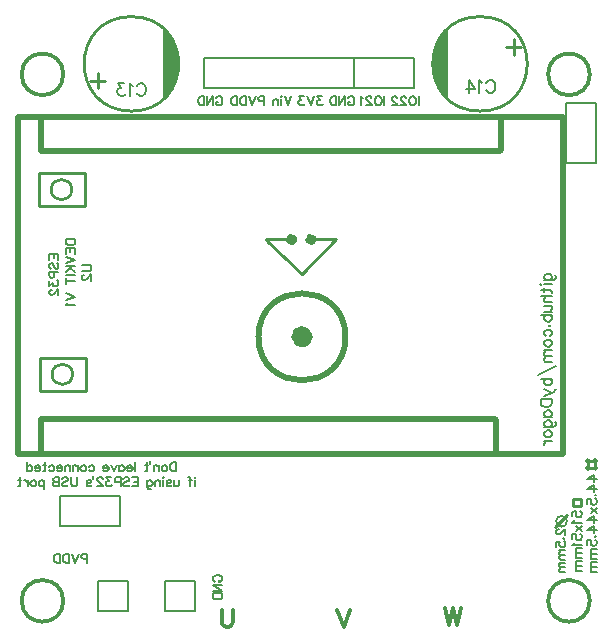
<source format=gbo>
G04 Layer: BottomSilkLayer*
G04 EasyEDA v6.4.3, 2020-08-11T17:33:51--5:00*
G04 c8abcd5c7f324be6b54abc10bf488c2c,7c1e8d740ba24e6f83eb2d53d3341807,10*
G04 Gerber Generator version 0.2*
G04 Scale: 100 percent, Rotated: No, Reflected: No *
G04 Dimensions in millimeters *
G04 leading zeros omitted , absolute positions ,3 integer and 3 decimal *
%FSLAX33Y33*%
%MOMM*%
G90*
G71D02*

%ADD10C,0.254000*%
%ADD12C,0.299999*%
%ADD13C,0.999998*%
%ADD14C,0.499999*%
%ADD17C,0.750011*%
%ADD19C,0.350012*%
%ADD58C,0.250012*%
%ADD59C,0.200000*%
%ADD60C,0.150012*%
%ADD63C,0.203200*%
%ADD66C,0.152400*%
%ADD67C,0.202999*%

%LPD*%
G54D58*
G01X25946Y33789D02*
G01X28105Y33789D01*
G01X25184Y30868D01*
G01X24296Y33787D02*
G01X22137Y33787D01*
G01X22264Y33660D01*
G01X25185Y30866D01*
G54D10*
G01X49378Y15056D02*
G01X50013Y15056D01*
G01X50013Y14421D01*
G01X49378Y14421D01*
G01X49378Y15056D01*
G01X47663Y10421D02*
G01X46647Y9405D01*
G01X48171Y11818D02*
G01X48806Y11818D01*
G01X48806Y11183D01*
G01X48171Y11183D01*
G01X48171Y11818D01*
G54D14*
G01X3051Y44128D02*
G01X3086Y44092D01*
G01X3086Y41283D01*
G01X41948Y41283D01*
G01X42014Y41349D01*
G01X42014Y44128D01*
G01X3086Y18550D02*
G01X41567Y18550D01*
G01X41595Y18519D01*
G01X41595Y15629D01*
G01X3086Y18550D02*
G01X3079Y15629D01*
G01X1105Y44126D02*
G01X1105Y15628D01*
G01X47270Y15628D02*
G01X1105Y15628D01*
G01X47270Y15628D02*
G01X47270Y44126D01*
G01X1105Y44126D02*
G01X47270Y44126D01*
G54D63*
G01X10452Y4833D02*
G01X7912Y4833D01*
G01X7912Y2293D01*
G01X10452Y2293D01*
G01X10452Y4198D01*
G54D67*
G01X10452Y4833D02*
G01X10452Y4198D01*
G54D63*
G01X13627Y2293D02*
G01X16167Y2293D01*
G01X16167Y4833D01*
G01X13627Y4833D01*
G01X13627Y2928D01*
G54D67*
G01X13627Y2293D02*
G01X13627Y2928D01*
G01X34709Y46617D02*
G01X31534Y46617D01*
G54D63*
G01X34709Y46617D02*
G01X34709Y49157D01*
G01X29629Y49157D01*
G01X29629Y46617D01*
G01X31534Y46617D01*
G54D10*
G01X7890Y47911D02*
G01X7890Y46565D01*
G01X8525Y47225D02*
G01X7280Y47225D01*
G01X43114Y49384D02*
G01X43114Y50730D01*
G01X42479Y50070D02*
G01X43724Y50070D01*
G54D67*
G01X29629Y46616D02*
G01X18834Y46616D01*
G54D63*
G01X18834Y46616D02*
G01X16929Y46616D01*
G01X16929Y49156D01*
G01X29629Y49156D01*
G01X29629Y46616D01*
G54D67*
G01X50076Y45346D02*
G01X50076Y42171D01*
G54D63*
G01X50076Y45346D02*
G01X47536Y45346D01*
G01X47536Y40266D01*
G01X50076Y40266D01*
G01X50076Y42171D01*
G01X9817Y9532D02*
G01X9817Y12072D01*
G01X4737Y12072D01*
G01X4737Y9532D01*
G01X6642Y9532D01*
G54D67*
G01X9817Y9532D02*
G01X6642Y9532D01*
G54D60*
G01X1105Y15628D02*
G01X1105Y44126D01*
G01X47270Y44126D01*
G01X47270Y15628D01*
G01X1105Y15628D01*
G54D10*
G01X3016Y20984D02*
G01X3016Y23784D01*
G01X6916Y23784D01*
G01X6916Y20984D01*
G01X3016Y20984D01*
G01X2946Y36627D02*
G01X2946Y39427D01*
G01X6846Y39427D01*
G01X6846Y36627D01*
G01X2946Y36627D01*
G54D63*
G01X17828Y4795D02*
G01X17755Y4831D01*
G01X17683Y4904D01*
G01X17646Y4977D01*
G01X17646Y5122D01*
G01X17683Y5195D01*
G01X17755Y5268D01*
G01X17828Y5304D01*
G01X17937Y5341D01*
G01X18119Y5341D01*
G01X18228Y5304D01*
G01X18301Y5268D01*
G01X18373Y5195D01*
G01X18410Y5122D01*
G01X18410Y4977D01*
G01X18373Y4904D01*
G01X18301Y4831D01*
G01X18228Y4795D01*
G01X18119Y4795D01*
G01X18119Y4977D02*
G01X18119Y4795D01*
G01X17646Y4555D02*
G01X18410Y4555D01*
G01X17646Y4555D02*
G01X18410Y4046D01*
G01X17646Y4046D02*
G01X18410Y4046D01*
G01X17646Y3806D02*
G01X18410Y3806D01*
G01X17646Y3806D02*
G01X17646Y3551D01*
G01X17683Y3442D01*
G01X17755Y3370D01*
G01X17828Y3333D01*
G01X17937Y3297D01*
G01X18119Y3297D01*
G01X18228Y3333D01*
G01X18301Y3370D01*
G01X18373Y3442D01*
G01X18410Y3551D01*
G01X18410Y3806D01*
G01X7023Y7164D02*
G01X7023Y6400D01*
G01X7023Y7164D02*
G01X6696Y7164D01*
G01X6587Y7127D01*
G01X6551Y7091D01*
G01X6514Y7018D01*
G01X6514Y6909D01*
G01X6551Y6837D01*
G01X6587Y6800D01*
G01X6696Y6764D01*
G01X7023Y6764D01*
G01X6274Y7164D02*
G01X5983Y6400D01*
G01X5693Y7164D02*
G01X5983Y6400D01*
G01X5453Y7164D02*
G01X5453Y6400D01*
G01X5453Y7164D02*
G01X5198Y7164D01*
G01X5089Y7127D01*
G01X5016Y7055D01*
G01X4980Y6982D01*
G01X4943Y6873D01*
G01X4943Y6691D01*
G01X4980Y6582D01*
G01X5016Y6509D01*
G01X5089Y6437D01*
G01X5198Y6400D01*
G01X5453Y6400D01*
G01X4703Y7164D02*
G01X4703Y6400D01*
G01X4703Y7164D02*
G01X4449Y7164D01*
G01X4340Y7127D01*
G01X4267Y7055D01*
G01X4231Y6982D01*
G01X4194Y6873D01*
G01X4194Y6691D01*
G01X4231Y6582D01*
G01X4267Y6509D01*
G01X4340Y6437D01*
G01X4449Y6400D01*
G01X4703Y6400D01*
G01X16167Y13641D02*
G01X16131Y13604D01*
G01X16095Y13641D01*
G01X16131Y13677D01*
G01X16167Y13641D01*
G01X16131Y13386D02*
G01X16131Y12877D01*
G01X15564Y13641D02*
G01X15637Y13641D01*
G01X15709Y13604D01*
G01X15746Y13495D01*
G01X15746Y12877D01*
G01X15855Y13386D02*
G01X15600Y13386D01*
G01X14764Y13386D02*
G01X14764Y13023D01*
G01X14727Y12914D01*
G01X14655Y12877D01*
G01X14546Y12877D01*
G01X14473Y12914D01*
G01X14364Y13023D01*
G01X14364Y13386D02*
G01X14364Y12877D01*
G01X13724Y13277D02*
G01X13760Y13350D01*
G01X13869Y13386D01*
G01X13978Y13386D01*
G01X14087Y13350D01*
G01X14124Y13277D01*
G01X14087Y13204D01*
G01X14015Y13168D01*
G01X13833Y13132D01*
G01X13760Y13095D01*
G01X13724Y13023D01*
G01X13724Y12986D01*
G01X13760Y12914D01*
G01X13869Y12877D01*
G01X13978Y12877D01*
G01X14087Y12914D01*
G01X14124Y12986D01*
G01X13484Y13641D02*
G01X13447Y13604D01*
G01X13411Y13641D01*
G01X13447Y13677D01*
G01X13484Y13641D01*
G01X13447Y13386D02*
G01X13447Y12877D01*
G01X13171Y13386D02*
G01X13171Y12877D01*
G01X13171Y13241D02*
G01X13062Y13350D01*
G01X12989Y13386D01*
G01X12880Y13386D01*
G01X12808Y13350D01*
G01X12771Y13241D01*
G01X12771Y12877D01*
G01X12095Y13386D02*
G01X12095Y12804D01*
G01X12131Y12695D01*
G01X12167Y12659D01*
G01X12240Y12623D01*
G01X12349Y12623D01*
G01X12422Y12659D01*
G01X12095Y13277D02*
G01X12167Y13350D01*
G01X12240Y13386D01*
G01X12349Y13386D01*
G01X12422Y13350D01*
G01X12495Y13277D01*
G01X12531Y13168D01*
G01X12531Y13095D01*
G01X12495Y12986D01*
G01X12422Y12914D01*
G01X12349Y12877D01*
G01X12240Y12877D01*
G01X12167Y12914D01*
G01X12095Y12986D01*
G01X11295Y13641D02*
G01X11295Y12877D01*
G01X11295Y13641D02*
G01X10822Y13641D01*
G01X11295Y13277D02*
G01X11004Y13277D01*
G01X11295Y12877D02*
G01X10822Y12877D01*
G01X10073Y13532D02*
G01X10146Y13604D01*
G01X10255Y13641D01*
G01X10400Y13641D01*
G01X10509Y13604D01*
G01X10582Y13532D01*
G01X10582Y13459D01*
G01X10546Y13386D01*
G01X10509Y13350D01*
G01X10437Y13314D01*
G01X10218Y13241D01*
G01X10146Y13204D01*
G01X10109Y13168D01*
G01X10073Y13095D01*
G01X10073Y12986D01*
G01X10146Y12914D01*
G01X10255Y12877D01*
G01X10400Y12877D01*
G01X10509Y12914D01*
G01X10582Y12986D01*
G01X9833Y13641D02*
G01X9833Y12877D01*
G01X9833Y13641D02*
G01X9506Y13641D01*
G01X9397Y13604D01*
G01X9360Y13568D01*
G01X9324Y13495D01*
G01X9324Y13386D01*
G01X9360Y13314D01*
G01X9397Y13277D01*
G01X9506Y13241D01*
G01X9833Y13241D01*
G01X9011Y13641D02*
G01X8611Y13641D01*
G01X8829Y13350D01*
G01X8720Y13350D01*
G01X8647Y13314D01*
G01X8611Y13277D01*
G01X8575Y13168D01*
G01X8575Y13095D01*
G01X8611Y12986D01*
G01X8684Y12914D01*
G01X8793Y12877D01*
G01X8902Y12877D01*
G01X9011Y12914D01*
G01X9047Y12950D01*
G01X9084Y13023D01*
G01X8298Y13459D02*
G01X8298Y13495D01*
G01X8262Y13568D01*
G01X8226Y13604D01*
G01X8153Y13641D01*
G01X8007Y13641D01*
G01X7935Y13604D01*
G01X7898Y13568D01*
G01X7862Y13495D01*
G01X7862Y13423D01*
G01X7898Y13350D01*
G01X7971Y13241D01*
G01X8335Y12877D01*
G01X7826Y12877D01*
G01X7513Y13750D02*
G01X7513Y13532D01*
G01X6946Y13277D02*
G01X6982Y13350D01*
G01X7091Y13386D01*
G01X7200Y13386D01*
G01X7309Y13350D01*
G01X7346Y13277D01*
G01X7309Y13204D01*
G01X7237Y13168D01*
G01X7055Y13132D01*
G01X6982Y13095D01*
G01X6946Y13023D01*
G01X6946Y12986D01*
G01X6982Y12914D01*
G01X7091Y12877D01*
G01X7200Y12877D01*
G01X7309Y12914D01*
G01X7346Y12986D01*
G01X6146Y13641D02*
G01X6146Y13095D01*
G01X6109Y12986D01*
G01X6037Y12914D01*
G01X5927Y12877D01*
G01X5855Y12877D01*
G01X5746Y12914D01*
G01X5673Y12986D01*
G01X5637Y13095D01*
G01X5637Y13641D01*
G01X4888Y13532D02*
G01X4960Y13604D01*
G01X5069Y13641D01*
G01X5215Y13641D01*
G01X5324Y13604D01*
G01X5397Y13532D01*
G01X5397Y13459D01*
G01X5360Y13386D01*
G01X5324Y13350D01*
G01X5251Y13314D01*
G01X5033Y13241D01*
G01X4960Y13204D01*
G01X4924Y13168D01*
G01X4888Y13095D01*
G01X4888Y12986D01*
G01X4960Y12914D01*
G01X5069Y12877D01*
G01X5215Y12877D01*
G01X5324Y12914D01*
G01X5397Y12986D01*
G01X4647Y13641D02*
G01X4647Y12877D01*
G01X4647Y13641D02*
G01X4320Y13641D01*
G01X4211Y13604D01*
G01X4175Y13568D01*
G01X4138Y13495D01*
G01X4138Y13423D01*
G01X4175Y13350D01*
G01X4211Y13314D01*
G01X4320Y13277D01*
G01X4647Y13277D02*
G01X4320Y13277D01*
G01X4211Y13241D01*
G01X4175Y13204D01*
G01X4138Y13132D01*
G01X4138Y13023D01*
G01X4175Y12950D01*
G01X4211Y12914D01*
G01X4320Y12877D01*
G01X4647Y12877D01*
G01X3338Y13386D02*
G01X3338Y12623D01*
G01X3338Y13277D02*
G01X3266Y13350D01*
G01X3193Y13386D01*
G01X3084Y13386D01*
G01X3011Y13350D01*
G01X2938Y13277D01*
G01X2902Y13168D01*
G01X2902Y13095D01*
G01X2938Y12986D01*
G01X3011Y12914D01*
G01X3084Y12877D01*
G01X3193Y12877D01*
G01X3266Y12914D01*
G01X3338Y12986D01*
G01X2480Y13386D02*
G01X2553Y13350D01*
G01X2626Y13277D01*
G01X2662Y13168D01*
G01X2662Y13095D01*
G01X2626Y12986D01*
G01X2553Y12914D01*
G01X2480Y12877D01*
G01X2371Y12877D01*
G01X2298Y12914D01*
G01X2226Y12986D01*
G01X2189Y13095D01*
G01X2189Y13168D01*
G01X2226Y13277D01*
G01X2298Y13350D01*
G01X2371Y13386D01*
G01X2480Y13386D01*
G01X1949Y13386D02*
G01X1949Y12877D01*
G01X1949Y13168D02*
G01X1913Y13277D01*
G01X1840Y13350D01*
G01X1767Y13386D01*
G01X1658Y13386D01*
G01X1309Y13641D02*
G01X1309Y13023D01*
G01X1273Y12914D01*
G01X1200Y12877D01*
G01X1127Y12877D01*
G01X1418Y13386D02*
G01X1164Y13386D01*
G01X14516Y14911D02*
G01X14516Y14147D01*
G01X14516Y14911D02*
G01X14262Y14911D01*
G01X14153Y14874D01*
G01X14080Y14802D01*
G01X14044Y14729D01*
G01X14007Y14620D01*
G01X14007Y14438D01*
G01X14044Y14329D01*
G01X14080Y14256D01*
G01X14153Y14184D01*
G01X14262Y14147D01*
G01X14516Y14147D01*
G01X13586Y14656D02*
G01X13658Y14620D01*
G01X13731Y14547D01*
G01X13767Y14438D01*
G01X13767Y14365D01*
G01X13731Y14256D01*
G01X13658Y14184D01*
G01X13586Y14147D01*
G01X13476Y14147D01*
G01X13404Y14184D01*
G01X13331Y14256D01*
G01X13295Y14365D01*
G01X13295Y14438D01*
G01X13331Y14547D01*
G01X13404Y14620D01*
G01X13476Y14656D01*
G01X13586Y14656D01*
G01X13055Y14656D02*
G01X13055Y14147D01*
G01X13055Y14511D02*
G01X12946Y14620D01*
G01X12873Y14656D01*
G01X12764Y14656D01*
G01X12691Y14620D01*
G01X12655Y14511D01*
G01X12655Y14147D01*
G01X12342Y15020D02*
G01X12342Y14802D01*
G01X12066Y14911D02*
G01X12066Y14293D01*
G01X12029Y14184D01*
G01X11956Y14147D01*
G01X11884Y14147D01*
G01X12175Y14656D02*
G01X11920Y14656D01*
G01X11084Y14911D02*
G01X11084Y14147D01*
G01X10844Y14438D02*
G01X10407Y14438D01*
G01X10407Y14511D01*
G01X10444Y14584D01*
G01X10480Y14620D01*
G01X10553Y14656D01*
G01X10662Y14656D01*
G01X10735Y14620D01*
G01X10807Y14547D01*
G01X10844Y14438D01*
G01X10844Y14365D01*
G01X10807Y14256D01*
G01X10735Y14184D01*
G01X10662Y14147D01*
G01X10553Y14147D01*
G01X10480Y14184D01*
G01X10407Y14256D01*
G01X9731Y14656D02*
G01X9731Y14147D01*
G01X9731Y14547D02*
G01X9804Y14620D01*
G01X9876Y14656D01*
G01X9986Y14656D01*
G01X10058Y14620D01*
G01X10131Y14547D01*
G01X10167Y14438D01*
G01X10167Y14365D01*
G01X10131Y14256D01*
G01X10058Y14184D01*
G01X9986Y14147D01*
G01X9876Y14147D01*
G01X9804Y14184D01*
G01X9731Y14256D01*
G01X9491Y14656D02*
G01X9273Y14147D01*
G01X9055Y14656D02*
G01X9273Y14147D01*
G01X8815Y14438D02*
G01X8378Y14438D01*
G01X8378Y14511D01*
G01X8415Y14584D01*
G01X8451Y14620D01*
G01X8524Y14656D01*
G01X8633Y14656D01*
G01X8706Y14620D01*
G01X8778Y14547D01*
G01X8815Y14438D01*
G01X8815Y14365D01*
G01X8778Y14256D01*
G01X8706Y14184D01*
G01X8633Y14147D01*
G01X8524Y14147D01*
G01X8451Y14184D01*
G01X8378Y14256D01*
G01X7142Y14547D02*
G01X7215Y14620D01*
G01X7287Y14656D01*
G01X7396Y14656D01*
G01X7469Y14620D01*
G01X7542Y14547D01*
G01X7578Y14438D01*
G01X7578Y14365D01*
G01X7542Y14256D01*
G01X7469Y14184D01*
G01X7396Y14147D01*
G01X7287Y14147D01*
G01X7215Y14184D01*
G01X7142Y14256D01*
G01X6720Y14656D02*
G01X6793Y14620D01*
G01X6866Y14547D01*
G01X6902Y14438D01*
G01X6902Y14365D01*
G01X6866Y14256D01*
G01X6793Y14184D01*
G01X6720Y14147D01*
G01X6611Y14147D01*
G01X6538Y14184D01*
G01X6466Y14256D01*
G01X6429Y14365D01*
G01X6429Y14438D01*
G01X6466Y14547D01*
G01X6538Y14620D01*
G01X6611Y14656D01*
G01X6720Y14656D01*
G01X6189Y14656D02*
G01X6189Y14147D01*
G01X6189Y14511D02*
G01X6080Y14620D01*
G01X6007Y14656D01*
G01X5898Y14656D01*
G01X5826Y14620D01*
G01X5789Y14511D01*
G01X5789Y14147D01*
G01X5549Y14656D02*
G01X5549Y14147D01*
G01X5549Y14511D02*
G01X5440Y14620D01*
G01X5367Y14656D01*
G01X5258Y14656D01*
G01X5186Y14620D01*
G01X5149Y14511D01*
G01X5149Y14147D01*
G01X4909Y14438D02*
G01X4473Y14438D01*
G01X4473Y14511D01*
G01X4509Y14584D01*
G01X4546Y14620D01*
G01X4618Y14656D01*
G01X4727Y14656D01*
G01X4800Y14620D01*
G01X4873Y14547D01*
G01X4909Y14438D01*
G01X4909Y14365D01*
G01X4873Y14256D01*
G01X4800Y14184D01*
G01X4727Y14147D01*
G01X4618Y14147D01*
G01X4546Y14184D01*
G01X4473Y14256D01*
G01X3796Y14547D02*
G01X3869Y14620D01*
G01X3942Y14656D01*
G01X4051Y14656D01*
G01X4124Y14620D01*
G01X4196Y14547D01*
G01X4233Y14438D01*
G01X4233Y14365D01*
G01X4196Y14256D01*
G01X4124Y14184D01*
G01X4051Y14147D01*
G01X3942Y14147D01*
G01X3869Y14184D01*
G01X3796Y14256D01*
G01X3447Y14911D02*
G01X3447Y14293D01*
G01X3411Y14184D01*
G01X3338Y14147D01*
G01X3266Y14147D01*
G01X3556Y14656D02*
G01X3302Y14656D01*
G01X3026Y14438D02*
G01X2589Y14438D01*
G01X2589Y14511D01*
G01X2626Y14584D01*
G01X2662Y14620D01*
G01X2735Y14656D01*
G01X2844Y14656D01*
G01X2916Y14620D01*
G01X2989Y14547D01*
G01X3026Y14438D01*
G01X3026Y14365D01*
G01X2989Y14256D01*
G01X2916Y14184D01*
G01X2844Y14147D01*
G01X2735Y14147D01*
G01X2662Y14184D01*
G01X2589Y14256D01*
G01X1913Y14911D02*
G01X1913Y14147D01*
G01X1913Y14547D02*
G01X1986Y14620D01*
G01X2058Y14656D01*
G01X2167Y14656D01*
G01X2240Y14620D01*
G01X2313Y14547D01*
G01X2349Y14438D01*
G01X2349Y14365D01*
G01X2313Y14256D01*
G01X2240Y14184D01*
G01X2167Y14147D01*
G01X2058Y14147D01*
G01X1986Y14184D01*
G01X1913Y14256D01*
G54D12*
G01X38646Y2536D02*
G01X38306Y1104D01*
G01X37965Y2536D02*
G01X38306Y1104D01*
G01X37965Y2536D02*
G01X37624Y1104D01*
G01X37283Y2536D02*
G01X37624Y1104D01*
G01X29248Y2409D02*
G01X28703Y977D01*
G01X28158Y2409D02*
G01X28703Y977D01*
G01X19342Y2409D02*
G01X19342Y1386D01*
G01X19274Y1182D01*
G01X19138Y1046D01*
G01X18933Y977D01*
G01X18797Y977D01*
G01X18592Y1046D01*
G01X18456Y1182D01*
G01X18388Y1386D01*
G01X18388Y2409D01*
G54D63*
G01X5200Y33789D02*
G01X5964Y33789D01*
G01X5200Y33789D02*
G01X5200Y33534D01*
G01X5237Y33425D01*
G01X5309Y33352D01*
G01X5382Y33316D01*
G01X5491Y33279D01*
G01X5673Y33279D01*
G01X5782Y33316D01*
G01X5855Y33352D01*
G01X5927Y33425D01*
G01X5964Y33534D01*
G01X5964Y33789D01*
G01X5200Y33039D02*
G01X5964Y33039D01*
G01X5200Y33039D02*
G01X5200Y32567D01*
G01X5564Y33039D02*
G01X5564Y32749D01*
G01X5964Y33039D02*
G01X5964Y32567D01*
G01X5200Y32327D02*
G01X5964Y32036D01*
G01X5200Y31745D02*
G01X5964Y32036D01*
G01X5200Y31505D02*
G01X5964Y31505D01*
G01X5200Y30996D02*
G01X5709Y31505D01*
G01X5527Y31323D02*
G01X5964Y30996D01*
G01X5200Y30756D02*
G01X5964Y30756D01*
G01X5200Y30261D02*
G01X5964Y30261D01*
G01X5200Y30516D02*
G01X5200Y30007D01*
G01X5200Y29207D02*
G01X5964Y28916D01*
G01X5200Y28625D02*
G01X5964Y28916D01*
G01X5346Y28385D02*
G01X5309Y28312D01*
G01X5200Y28203D01*
G01X5964Y28203D01*
G01X3803Y32519D02*
G01X4567Y32519D01*
G01X3803Y32519D02*
G01X3803Y32046D01*
G01X4167Y32519D02*
G01X4167Y32228D01*
G01X4567Y32519D02*
G01X4567Y32046D01*
G01X3912Y31297D02*
G01X3840Y31369D01*
G01X3803Y31479D01*
G01X3803Y31624D01*
G01X3840Y31733D01*
G01X3912Y31806D01*
G01X3985Y31806D01*
G01X4058Y31769D01*
G01X4094Y31733D01*
G01X4130Y31660D01*
G01X4203Y31442D01*
G01X4240Y31369D01*
G01X4276Y31333D01*
G01X4349Y31297D01*
G01X4458Y31297D01*
G01X4530Y31369D01*
G01X4567Y31479D01*
G01X4567Y31624D01*
G01X4530Y31733D01*
G01X4458Y31806D01*
G01X3803Y31057D02*
G01X4567Y31057D01*
G01X3803Y31057D02*
G01X3803Y30729D01*
G01X3840Y30620D01*
G01X3876Y30584D01*
G01X3949Y30548D01*
G01X4058Y30548D01*
G01X4130Y30584D01*
G01X4167Y30620D01*
G01X4203Y30729D01*
G01X4203Y31057D01*
G01X3803Y30235D02*
G01X3803Y29835D01*
G01X4094Y30053D01*
G01X4094Y29944D01*
G01X4130Y29871D01*
G01X4167Y29835D01*
G01X4276Y29799D01*
G01X4349Y29799D01*
G01X4458Y29835D01*
G01X4530Y29908D01*
G01X4567Y30017D01*
G01X4567Y30126D01*
G01X4530Y30235D01*
G01X4494Y30271D01*
G01X4421Y30308D01*
G01X3985Y29522D02*
G01X3949Y29522D01*
G01X3876Y29486D01*
G01X3840Y29449D01*
G01X3803Y29377D01*
G01X3803Y29231D01*
G01X3840Y29159D01*
G01X3876Y29122D01*
G01X3949Y29086D01*
G01X4021Y29086D01*
G01X4094Y29122D01*
G01X4203Y29195D01*
G01X4567Y29559D01*
G01X4567Y29049D01*
G01X45703Y30322D02*
G01X46430Y30322D01*
G01X46566Y30368D01*
G01X46612Y30413D01*
G01X46657Y30504D01*
G01X46657Y30640D01*
G01X46612Y30731D01*
G01X45839Y30322D02*
G01X45748Y30413D01*
G01X45703Y30504D01*
G01X45703Y30640D01*
G01X45748Y30731D01*
G01X45839Y30822D01*
G01X45975Y30868D01*
G01X46066Y30868D01*
G01X46203Y30822D01*
G01X46293Y30731D01*
G01X46339Y30640D01*
G01X46339Y30504D01*
G01X46293Y30413D01*
G01X46203Y30322D01*
G01X45384Y30022D02*
G01X45430Y29977D01*
G01X45384Y29931D01*
G01X45339Y29977D01*
G01X45384Y30022D01*
G01X45703Y29977D02*
G01X46339Y29977D01*
G01X45384Y29495D02*
G01X46157Y29495D01*
G01X46293Y29449D01*
G01X46339Y29358D01*
G01X46339Y29268D01*
G01X45703Y29631D02*
G01X45703Y29313D01*
G01X45384Y28968D02*
G01X46339Y28968D01*
G01X45884Y28968D02*
G01X45748Y28831D01*
G01X45703Y28740D01*
G01X45703Y28604D01*
G01X45748Y28513D01*
G01X45884Y28468D01*
G01X46339Y28468D01*
G01X45703Y28168D02*
G01X46157Y28168D01*
G01X46293Y28122D01*
G01X46339Y28031D01*
G01X46339Y27895D01*
G01X46293Y27804D01*
G01X46157Y27668D01*
G01X45703Y27668D02*
G01X46339Y27668D01*
G01X45384Y27368D02*
G01X46339Y27368D01*
G01X45839Y27368D02*
G01X45748Y27277D01*
G01X45703Y27186D01*
G01X45703Y27049D01*
G01X45748Y26958D01*
G01X45839Y26868D01*
G01X45975Y26822D01*
G01X46066Y26822D01*
G01X46203Y26868D01*
G01X46293Y26958D01*
G01X46339Y27049D01*
G01X46339Y27186D01*
G01X46293Y27277D01*
G01X46203Y27368D01*
G01X46112Y26477D02*
G01X46157Y26522D01*
G01X46203Y26477D01*
G01X46157Y26431D01*
G01X46112Y26477D01*
G01X45839Y25586D02*
G01X45748Y25677D01*
G01X45703Y25768D01*
G01X45703Y25904D01*
G01X45748Y25995D01*
G01X45839Y26086D01*
G01X45975Y26131D01*
G01X46066Y26131D01*
G01X46203Y26086D01*
G01X46293Y25995D01*
G01X46339Y25904D01*
G01X46339Y25768D01*
G01X46293Y25677D01*
G01X46203Y25586D01*
G01X45703Y25058D02*
G01X45748Y25149D01*
G01X45839Y25240D01*
G01X45975Y25286D01*
G01X46066Y25286D01*
G01X46203Y25240D01*
G01X46293Y25149D01*
G01X46339Y25058D01*
G01X46339Y24922D01*
G01X46293Y24831D01*
G01X46203Y24740D01*
G01X46066Y24695D01*
G01X45975Y24695D01*
G01X45839Y24740D01*
G01X45748Y24831D01*
G01X45703Y24922D01*
G01X45703Y25058D01*
G01X45703Y24395D02*
G01X46339Y24395D01*
G01X45884Y24395D02*
G01X45748Y24258D01*
G01X45703Y24167D01*
G01X45703Y24031D01*
G01X45748Y23940D01*
G01X45884Y23895D01*
G01X46339Y23895D01*
G01X45884Y23895D02*
G01X45748Y23758D01*
G01X45703Y23667D01*
G01X45703Y23531D01*
G01X45748Y23440D01*
G01X45884Y23395D01*
G01X46339Y23395D01*
G01X45203Y22277D02*
G01X46657Y23095D01*
G01X45384Y21977D02*
G01X46339Y21977D01*
G01X45839Y21977D02*
G01X45748Y21886D01*
G01X45703Y21795D01*
G01X45703Y21658D01*
G01X45748Y21568D01*
G01X45839Y21477D01*
G01X45975Y21431D01*
G01X46066Y21431D01*
G01X46203Y21477D01*
G01X46293Y21568D01*
G01X46339Y21658D01*
G01X46339Y21795D01*
G01X46293Y21886D01*
G01X46203Y21977D01*
G01X45703Y21086D02*
G01X46339Y20813D01*
G01X45703Y20540D02*
G01X46339Y20813D01*
G01X46521Y20904D01*
G01X46612Y20995D01*
G01X46657Y21086D01*
G01X46657Y21131D01*
G01X45384Y20240D02*
G01X46339Y20240D01*
G01X45384Y20240D02*
G01X45384Y19922D01*
G01X45430Y19786D01*
G01X45521Y19695D01*
G01X45612Y19649D01*
G01X45748Y19604D01*
G01X45975Y19604D01*
G01X46112Y19649D01*
G01X46203Y19695D01*
G01X46293Y19786D01*
G01X46339Y19922D01*
G01X46339Y20240D01*
G01X45703Y18758D02*
G01X46339Y18758D01*
G01X45839Y18758D02*
G01X45748Y18849D01*
G01X45703Y18940D01*
G01X45703Y19077D01*
G01X45748Y19168D01*
G01X45839Y19258D01*
G01X45975Y19304D01*
G01X46066Y19304D01*
G01X46203Y19258D01*
G01X46293Y19168D01*
G01X46339Y19077D01*
G01X46339Y18940D01*
G01X46293Y18849D01*
G01X46203Y18758D01*
G01X45703Y17913D02*
G01X46430Y17913D01*
G01X46566Y17958D01*
G01X46612Y18004D01*
G01X46657Y18095D01*
G01X46657Y18231D01*
G01X46612Y18322D01*
G01X45839Y17913D02*
G01X45748Y18004D01*
G01X45703Y18095D01*
G01X45703Y18231D01*
G01X45748Y18322D01*
G01X45839Y18413D01*
G01X45975Y18458D01*
G01X46066Y18458D01*
G01X46203Y18413D01*
G01X46293Y18322D01*
G01X46339Y18231D01*
G01X46339Y18095D01*
G01X46293Y18004D01*
G01X46203Y17913D01*
G01X45703Y17386D02*
G01X45748Y17477D01*
G01X45839Y17568D01*
G01X45975Y17613D01*
G01X46066Y17613D01*
G01X46203Y17568D01*
G01X46293Y17477D01*
G01X46339Y17386D01*
G01X46339Y17249D01*
G01X46293Y17158D01*
G01X46203Y17068D01*
G01X46066Y17022D01*
G01X45975Y17022D01*
G01X45839Y17068D01*
G01X45748Y17158D01*
G01X45703Y17249D01*
G01X45703Y17386D01*
G01X45703Y16722D02*
G01X46339Y16722D01*
G01X45975Y16722D02*
G01X45839Y16677D01*
G01X45748Y16586D01*
G01X45703Y16495D01*
G01X45703Y16358D01*
G01X49346Y13463D02*
G01X49887Y13850D01*
G01X49887Y13270D01*
G01X49346Y13463D02*
G01X50157Y13463D01*
G01X49346Y12629D02*
G01X49887Y13015D01*
G01X49887Y12435D01*
G01X49346Y12629D02*
G01X50157Y12629D01*
G01X49964Y12142D02*
G01X50003Y12180D01*
G01X50041Y12142D01*
G01X50003Y12103D01*
G01X49964Y12142D01*
G01X49346Y11384D02*
G01X49346Y11771D01*
G01X49693Y11809D01*
G01X49655Y11771D01*
G01X49616Y11655D01*
G01X49616Y11539D01*
G01X49655Y11423D01*
G01X49732Y11346D01*
G01X49848Y11307D01*
G01X49925Y11307D01*
G01X50041Y11346D01*
G01X50119Y11423D01*
G01X50157Y11539D01*
G01X50157Y11655D01*
G01X50119Y11771D01*
G01X50080Y11809D01*
G01X50003Y11848D01*
G01X49616Y11052D02*
G01X50157Y10627D01*
G01X49616Y10627D02*
G01X50157Y11052D01*
G01X49346Y9986D02*
G01X49887Y10372D01*
G01X49887Y9793D01*
G01X49346Y9986D02*
G01X50157Y9986D01*
G01X49346Y9151D02*
G01X49887Y9538D01*
G01X49887Y8958D01*
G01X49346Y9151D02*
G01X50157Y9151D01*
G01X49964Y8664D02*
G01X50003Y8703D01*
G01X50041Y8664D01*
G01X50003Y8626D01*
G01X49964Y8664D01*
G01X49346Y7907D02*
G01X49346Y8294D01*
G01X49693Y8332D01*
G01X49655Y8294D01*
G01X49616Y8178D01*
G01X49616Y8062D01*
G01X49655Y7946D01*
G01X49732Y7869D01*
G01X49848Y7830D01*
G01X49925Y7830D01*
G01X50041Y7869D01*
G01X50119Y7946D01*
G01X50157Y8062D01*
G01X50157Y8178D01*
G01X50119Y8294D01*
G01X50080Y8332D01*
G01X50003Y8371D01*
G01X49616Y7575D02*
G01X50157Y7575D01*
G01X49771Y7575D02*
G01X49655Y7459D01*
G01X49616Y7382D01*
G01X49616Y7266D01*
G01X49655Y7189D01*
G01X49771Y7150D01*
G01X50157Y7150D01*
G01X49771Y7150D02*
G01X49655Y7034D01*
G01X49616Y6957D01*
G01X49616Y6841D01*
G01X49655Y6764D01*
G01X49771Y6725D01*
G01X50157Y6725D01*
G01X49616Y6470D02*
G01X50157Y6470D01*
G01X49771Y6470D02*
G01X49655Y6354D01*
G01X49616Y6277D01*
G01X49616Y6161D01*
G01X49655Y6084D01*
G01X49771Y6045D01*
G01X50157Y6045D01*
G01X49771Y6045D02*
G01X49655Y5929D01*
G01X49616Y5852D01*
G01X49616Y5736D01*
G01X49655Y5658D01*
G01X49771Y5620D01*
G01X50157Y5620D01*
G01X48076Y10338D02*
G01X48076Y10724D01*
G01X48423Y10763D01*
G01X48385Y10724D01*
G01X48346Y10608D01*
G01X48346Y10492D01*
G01X48385Y10377D01*
G01X48462Y10299D01*
G01X48578Y10261D01*
G01X48655Y10261D01*
G01X48771Y10299D01*
G01X48849Y10377D01*
G01X48887Y10492D01*
G01X48887Y10608D01*
G01X48849Y10724D01*
G01X48810Y10763D01*
G01X48733Y10802D01*
G01X48230Y10006D02*
G01X48192Y9928D01*
G01X48076Y9812D01*
G01X48887Y9812D01*
G01X48346Y9557D02*
G01X48887Y9132D01*
G01X48346Y9132D02*
G01X48887Y9557D01*
G01X48076Y8414D02*
G01X48076Y8800D01*
G01X48423Y8839D01*
G01X48385Y8800D01*
G01X48346Y8684D01*
G01X48346Y8568D01*
G01X48385Y8452D01*
G01X48462Y8375D01*
G01X48578Y8336D01*
G01X48655Y8336D01*
G01X48771Y8375D01*
G01X48849Y8452D01*
G01X48887Y8568D01*
G01X48887Y8684D01*
G01X48849Y8800D01*
G01X48810Y8839D01*
G01X48733Y8877D01*
G01X48230Y8081D02*
G01X48192Y8004D01*
G01X48076Y7888D01*
G01X48887Y7888D01*
G01X48346Y7633D02*
G01X48887Y7633D01*
G01X48501Y7633D02*
G01X48385Y7517D01*
G01X48346Y7440D01*
G01X48346Y7324D01*
G01X48385Y7247D01*
G01X48501Y7208D01*
G01X48887Y7208D01*
G01X48501Y7208D02*
G01X48385Y7092D01*
G01X48346Y7015D01*
G01X48346Y6899D01*
G01X48385Y6822D01*
G01X48501Y6783D01*
G01X48887Y6783D01*
G01X48346Y6528D02*
G01X48887Y6528D01*
G01X48501Y6528D02*
G01X48385Y6412D01*
G01X48346Y6335D01*
G01X48346Y6219D01*
G01X48385Y6142D01*
G01X48501Y6103D01*
G01X48887Y6103D01*
G01X48501Y6103D02*
G01X48385Y5987D01*
G01X48346Y5910D01*
G01X48346Y5794D01*
G01X48385Y5717D01*
G01X48501Y5678D01*
G01X48887Y5678D01*
G01X46911Y9241D02*
G01X46875Y9241D01*
G01X46802Y9205D01*
G01X46766Y9168D01*
G01X46729Y9096D01*
G01X46729Y8950D01*
G01X46766Y8878D01*
G01X46802Y8841D01*
G01X46875Y8805D01*
G01X46947Y8805D01*
G01X47020Y8841D01*
G01X47129Y8914D01*
G01X47493Y9278D01*
G01X47493Y8768D01*
G01X47311Y8492D02*
G01X47347Y8528D01*
G01X47384Y8492D01*
G01X47347Y8456D01*
G01X47311Y8492D01*
G01X46729Y7779D02*
G01X46729Y8143D01*
G01X47056Y8179D01*
G01X47020Y8143D01*
G01X46984Y8034D01*
G01X46984Y7925D01*
G01X47020Y7816D01*
G01X47093Y7743D01*
G01X47202Y7707D01*
G01X47275Y7707D01*
G01X47384Y7743D01*
G01X47456Y7816D01*
G01X47493Y7925D01*
G01X47493Y8034D01*
G01X47456Y8143D01*
G01X47420Y8179D01*
G01X47347Y8216D01*
G01X46984Y7467D02*
G01X47493Y7467D01*
G01X47129Y7467D02*
G01X47020Y7358D01*
G01X46984Y7285D01*
G01X46984Y7176D01*
G01X47020Y7103D01*
G01X47129Y7067D01*
G01X47493Y7067D01*
G01X47129Y7067D02*
G01X47020Y6958D01*
G01X46984Y6885D01*
G01X46984Y6776D01*
G01X47020Y6703D01*
G01X47129Y6667D01*
G01X47493Y6667D01*
G01X46984Y6427D02*
G01X47493Y6427D01*
G01X47129Y6427D02*
G01X47020Y6318D01*
G01X46984Y6245D01*
G01X46984Y6136D01*
G01X47020Y6063D01*
G01X47129Y6027D01*
G01X47493Y6027D01*
G01X47129Y6027D02*
G01X47020Y5918D01*
G01X46984Y5845D01*
G01X46984Y5736D01*
G01X47020Y5663D01*
G01X47129Y5627D01*
G01X47493Y5627D01*
G01X29084Y45717D02*
G01X29120Y45790D01*
G01X29193Y45862D01*
G01X29266Y45899D01*
G01X29411Y45899D01*
G01X29484Y45862D01*
G01X29557Y45790D01*
G01X29593Y45717D01*
G01X29629Y45608D01*
G01X29629Y45426D01*
G01X29593Y45317D01*
G01X29557Y45244D01*
G01X29484Y45172D01*
G01X29411Y45135D01*
G01X29266Y45135D01*
G01X29193Y45172D01*
G01X29120Y45244D01*
G01X29084Y45317D01*
G01X29084Y45426D01*
G01X29266Y45426D02*
G01X29084Y45426D01*
G01X28844Y45899D02*
G01X28844Y45135D01*
G01X28844Y45899D02*
G01X28335Y45135D01*
G01X28335Y45899D02*
G01X28335Y45135D01*
G01X28095Y45899D02*
G01X28095Y45135D01*
G01X28095Y45899D02*
G01X27840Y45899D01*
G01X27731Y45862D01*
G01X27659Y45790D01*
G01X27622Y45717D01*
G01X27586Y45608D01*
G01X27586Y45426D01*
G01X27622Y45317D01*
G01X27659Y45244D01*
G01X27731Y45172D01*
G01X27840Y45135D01*
G01X28095Y45135D01*
G01X26890Y45899D02*
G01X26490Y45899D01*
G01X26708Y45608D01*
G01X26599Y45608D01*
G01X26526Y45572D01*
G01X26490Y45535D01*
G01X26453Y45426D01*
G01X26453Y45353D01*
G01X26490Y45244D01*
G01X26562Y45172D01*
G01X26672Y45135D01*
G01X26781Y45135D01*
G01X26890Y45172D01*
G01X26926Y45208D01*
G01X26962Y45281D01*
G01X26213Y45899D02*
G01X25922Y45135D01*
G01X25632Y45899D02*
G01X25922Y45135D01*
G01X25319Y45899D02*
G01X24919Y45899D01*
G01X25137Y45608D01*
G01X25028Y45608D01*
G01X24955Y45572D01*
G01X24919Y45535D01*
G01X24882Y45426D01*
G01X24882Y45353D01*
G01X24919Y45244D01*
G01X24992Y45172D01*
G01X25101Y45135D01*
G01X25210Y45135D01*
G01X25319Y45172D01*
G01X25355Y45208D01*
G01X25392Y45281D01*
G01X24295Y45899D02*
G01X24005Y45135D01*
G01X23714Y45899D02*
G01X24005Y45135D01*
G01X23474Y45899D02*
G01X23437Y45862D01*
G01X23401Y45899D01*
G01X23437Y45935D01*
G01X23474Y45899D01*
G01X23437Y45644D02*
G01X23437Y45135D01*
G01X23161Y45644D02*
G01X23161Y45135D01*
G01X23161Y45499D02*
G01X23052Y45608D01*
G01X22979Y45644D01*
G01X22870Y45644D01*
G01X22797Y45608D01*
G01X22761Y45499D01*
G01X22761Y45135D01*
G01X22009Y45899D02*
G01X22009Y45135D01*
G01X22009Y45899D02*
G01X21682Y45899D01*
G01X21573Y45862D01*
G01X21537Y45826D01*
G01X21500Y45753D01*
G01X21500Y45644D01*
G01X21537Y45572D01*
G01X21573Y45535D01*
G01X21682Y45499D01*
G01X22009Y45499D01*
G01X21260Y45899D02*
G01X20969Y45135D01*
G01X20679Y45899D02*
G01X20969Y45135D01*
G01X20439Y45899D02*
G01X20439Y45135D01*
G01X20439Y45899D02*
G01X20184Y45899D01*
G01X20075Y45862D01*
G01X20002Y45790D01*
G01X19966Y45717D01*
G01X19929Y45608D01*
G01X19929Y45426D01*
G01X19966Y45317D01*
G01X20002Y45244D01*
G01X20075Y45172D01*
G01X20184Y45135D01*
G01X20439Y45135D01*
G01X19689Y45899D02*
G01X19689Y45135D01*
G01X19689Y45899D02*
G01X19435Y45899D01*
G01X19326Y45862D01*
G01X19253Y45790D01*
G01X19217Y45717D01*
G01X19180Y45608D01*
G01X19180Y45426D01*
G01X19217Y45317D01*
G01X19253Y45244D01*
G01X19326Y45172D01*
G01X19435Y45135D01*
G01X19689Y45135D01*
G01X17908Y45717D02*
G01X17944Y45790D01*
G01X18017Y45862D01*
G01X18090Y45899D01*
G01X18235Y45899D01*
G01X18308Y45862D01*
G01X18381Y45790D01*
G01X18417Y45717D01*
G01X18453Y45608D01*
G01X18453Y45426D01*
G01X18417Y45317D01*
G01X18381Y45244D01*
G01X18308Y45172D01*
G01X18235Y45135D01*
G01X18090Y45135D01*
G01X18017Y45172D01*
G01X17944Y45244D01*
G01X17908Y45317D01*
G01X17908Y45426D01*
G01X18090Y45426D02*
G01X17908Y45426D01*
G01X17668Y45899D02*
G01X17668Y45135D01*
G01X17668Y45899D02*
G01X17159Y45135D01*
G01X17159Y45899D02*
G01X17159Y45135D01*
G01X16919Y45899D02*
G01X16919Y45135D01*
G01X16919Y45899D02*
G01X16664Y45899D01*
G01X16555Y45862D01*
G01X16483Y45790D01*
G01X16446Y45717D01*
G01X16410Y45608D01*
G01X16410Y45426D01*
G01X16446Y45317D01*
G01X16483Y45244D01*
G01X16555Y45172D01*
G01X16664Y45135D01*
G01X16919Y45135D01*
G01X32169Y45899D02*
G01X32169Y45135D01*
G01X31711Y45899D02*
G01X31784Y45862D01*
G01X31857Y45790D01*
G01X31893Y45717D01*
G01X31929Y45608D01*
G01X31929Y45426D01*
G01X31893Y45317D01*
G01X31857Y45244D01*
G01X31784Y45172D01*
G01X31711Y45135D01*
G01X31566Y45135D01*
G01X31493Y45172D01*
G01X31420Y45244D01*
G01X31384Y45317D01*
G01X31348Y45426D01*
G01X31348Y45608D01*
G01X31384Y45717D01*
G01X31420Y45790D01*
G01X31493Y45862D01*
G01X31566Y45899D01*
G01X31711Y45899D01*
G01X31071Y45717D02*
G01X31071Y45753D01*
G01X31035Y45826D01*
G01X30999Y45862D01*
G01X30926Y45899D01*
G01X30780Y45899D01*
G01X30708Y45862D01*
G01X30671Y45826D01*
G01X30635Y45753D01*
G01X30635Y45681D01*
G01X30671Y45608D01*
G01X30744Y45499D01*
G01X31108Y45135D01*
G01X30599Y45135D01*
G01X30359Y45753D02*
G01X30286Y45790D01*
G01X30177Y45899D01*
G01X30177Y45135D01*
G01X35090Y45899D02*
G01X35090Y45135D01*
G01X34632Y45899D02*
G01X34705Y45862D01*
G01X34778Y45790D01*
G01X34814Y45717D01*
G01X34850Y45608D01*
G01X34850Y45426D01*
G01X34814Y45317D01*
G01X34778Y45244D01*
G01X34705Y45172D01*
G01X34632Y45135D01*
G01X34487Y45135D01*
G01X34414Y45172D01*
G01X34341Y45244D01*
G01X34305Y45317D01*
G01X34269Y45426D01*
G01X34269Y45608D01*
G01X34305Y45717D01*
G01X34341Y45790D01*
G01X34414Y45862D01*
G01X34487Y45899D01*
G01X34632Y45899D01*
G01X33992Y45717D02*
G01X33992Y45753D01*
G01X33956Y45826D01*
G01X33920Y45862D01*
G01X33847Y45899D01*
G01X33701Y45899D01*
G01X33629Y45862D01*
G01X33592Y45826D01*
G01X33556Y45753D01*
G01X33556Y45681D01*
G01X33592Y45608D01*
G01X33665Y45499D01*
G01X34029Y45135D01*
G01X33520Y45135D01*
G01X33243Y45717D02*
G01X33243Y45753D01*
G01X33207Y45826D01*
G01X33170Y45862D01*
G01X33098Y45899D01*
G01X32952Y45899D01*
G01X32880Y45862D01*
G01X32843Y45826D01*
G01X32807Y45753D01*
G01X32807Y45681D01*
G01X32843Y45608D01*
G01X32916Y45499D01*
G01X33280Y45135D01*
G01X32770Y45135D01*
G01X6547Y31630D02*
G01X7126Y31630D01*
G01X7242Y31591D01*
G01X7320Y31514D01*
G01X7358Y31398D01*
G01X7358Y31320D01*
G01X7320Y31205D01*
G01X7242Y31127D01*
G01X7126Y31089D01*
G01X6547Y31089D01*
G01X6740Y30795D02*
G01X6701Y30795D01*
G01X6624Y30756D01*
G01X6585Y30718D01*
G01X6547Y30640D01*
G01X6547Y30486D01*
G01X6585Y30409D01*
G01X6624Y30370D01*
G01X6701Y30331D01*
G01X6779Y30331D01*
G01X6856Y30370D01*
G01X6972Y30447D01*
G01X7358Y30834D01*
G01X7358Y30293D01*
G54D66*
G01X11197Y46748D02*
G01X11250Y46852D01*
G01X11354Y46956D01*
G01X11456Y47007D01*
G01X11664Y47007D01*
G01X11768Y46956D01*
G01X11872Y46852D01*
G01X11926Y46748D01*
G01X11976Y46590D01*
G01X11976Y46331D01*
G01X11926Y46176D01*
G01X11872Y46072D01*
G01X11768Y45968D01*
G01X11664Y45917D01*
G01X11456Y45917D01*
G01X11354Y45968D01*
G01X11250Y46072D01*
G01X11197Y46176D01*
G01X10854Y46798D02*
G01X10750Y46852D01*
G01X10595Y47007D01*
G01X10595Y45917D01*
G01X10148Y47007D02*
G01X9576Y47007D01*
G01X9889Y46590D01*
G01X9731Y46590D01*
G01X9627Y46539D01*
G01X9576Y46489D01*
G01X9525Y46331D01*
G01X9525Y46227D01*
G01X9576Y46072D01*
G01X9680Y45968D01*
G01X9835Y45917D01*
G01X9993Y45917D01*
G01X10148Y45968D01*
G01X10199Y46019D01*
G01X10252Y46123D01*
G01X40788Y47002D02*
G01X40841Y47106D01*
G01X40945Y47210D01*
G01X41047Y47261D01*
G01X41255Y47261D01*
G01X41359Y47210D01*
G01X41463Y47106D01*
G01X41517Y47002D01*
G01X41567Y46844D01*
G01X41567Y46585D01*
G01X41517Y46430D01*
G01X41463Y46326D01*
G01X41359Y46222D01*
G01X41255Y46171D01*
G01X41047Y46171D01*
G01X40945Y46222D01*
G01X40841Y46326D01*
G01X40788Y46430D01*
G01X40445Y47052D02*
G01X40341Y47106D01*
G01X40186Y47261D01*
G01X40186Y46171D01*
G01X39322Y47261D02*
G01X39843Y46534D01*
G01X39063Y46534D01*
G01X39322Y47261D02*
G01X39322Y46171D01*
G54D10*
G75*
G01X10710Y44648D02*
G02X10781Y44648I35J3999D01*
G01*
G75*
G01X40295Y52649D02*
G02X40224Y52649I-35J-4000D01*
G01*
G75*
G01X5765Y22356D02*
G03X5765Y22356I-869J0D01*
G01*
G75*
G01X5695Y37999D02*
G03X5695Y37999I-869J0D01*
G01*
G54D19*
G75*
G01X4978Y47759D02*
G03X4978Y47759I-1764J0D01*
G01*
G75*
G01X49555Y47759D02*
G03X49555Y47759I-1764J0D01*
G01*
G75*
G01X49555Y3182D02*
G03X49555Y3182I-1764J0D01*
G01*
G75*
G01X4978Y3182D02*
G03X4978Y3182I-1764J0D01*
G01*
G54D14*
G75*
G01X28868Y25534D02*
G03X28868Y25534I-3683J0D01*
G01*
G54D13*
G75*
G01X25587Y25534D02*
G03X25587Y25534I-402J0D01*
G01*
G54D59*
G75*
G01X47614Y9913D02*
G03X47614Y9913I-458J0D01*
G01*
G54D10*
G75*
G01X50133Y15056D02*
G03X50133Y15056I-120J0D01*
G01*
G75*
G01X50133Y14421D02*
G03X50133Y14421I-120J0D01*
G01*
G75*
G01X49498Y14421D02*
G03X49498Y14421I-120J0D01*
G01*
G75*
G01X49498Y15056D02*
G03X49498Y15056I-120J0D01*
G01*
G54D17*
G75*
G01X26074Y33788D02*
G03X26074Y33788I-127J0D01*
G01*
G75*
G01X24423Y33788D02*
G03X24423Y33788I-127J0D01*
G01*

%LPD*%
G36*
G01X13521Y51578D02*
G01X13456Y51648D01*
G01X13456Y45648D01*
G01X13521Y45717D01*
G01X13584Y45787D01*
G01X13645Y45859D01*
G01X13705Y45932D01*
G01X13763Y46007D01*
G01X13820Y46083D01*
G01X13875Y46160D01*
G01X13928Y46238D01*
G01X13980Y46317D01*
G01X14078Y46479D01*
G01X14124Y46562D01*
G01X14168Y46645D01*
G01X14211Y46730D01*
G01X14252Y46815D01*
G01X14291Y46901D01*
G01X14328Y46988D01*
G01X14363Y47076D01*
G01X14396Y47165D01*
G01X14427Y47254D01*
G01X14457Y47344D01*
G01X14484Y47434D01*
G01X14509Y47525D01*
G01X14533Y47617D01*
G01X14554Y47709D01*
G01X14573Y47802D01*
G01X14591Y47895D01*
G01X14606Y47988D01*
G01X14620Y48082D01*
G01X14631Y48176D01*
G01X14640Y48270D01*
G01X14647Y48364D01*
G01X14652Y48458D01*
G01X14655Y48553D01*
G01X14656Y48648D01*
G01X14655Y48742D01*
G01X14652Y48837D01*
G01X14647Y48931D01*
G01X14640Y49025D01*
G01X14631Y49119D01*
G01X14620Y49213D01*
G01X14606Y49307D01*
G01X14591Y49400D01*
G01X14573Y49493D01*
G01X14554Y49586D01*
G01X14533Y49678D01*
G01X14509Y49770D01*
G01X14484Y49861D01*
G01X14457Y49951D01*
G01X14427Y50041D01*
G01X14396Y50130D01*
G01X14363Y50219D01*
G01X14328Y50307D01*
G01X14291Y50394D01*
G01X14252Y50480D01*
G01X14211Y50565D01*
G01X14168Y50650D01*
G01X14124Y50733D01*
G01X14078Y50816D01*
G01X13980Y50978D01*
G01X13928Y51057D01*
G01X13875Y51135D01*
G01X13820Y51212D01*
G01X13763Y51288D01*
G01X13705Y51363D01*
G01X13645Y51436D01*
G01X13584Y51508D01*
G01X13521Y51578D01*
G37*

%LPD*%
G36*
G01X37547Y45648D02*
G01X37547Y51648D01*
G01X37483Y51578D01*
G01X37420Y51508D01*
G01X37359Y51436D01*
G01X37299Y51363D01*
G01X37241Y51288D01*
G01X37184Y51212D01*
G01X37129Y51135D01*
G01X37076Y51057D01*
G01X37024Y50978D01*
G01X36974Y50897D01*
G01X36926Y50816D01*
G01X36880Y50733D01*
G01X36836Y50650D01*
G01X36793Y50565D01*
G01X36752Y50480D01*
G01X36713Y50394D01*
G01X36676Y50307D01*
G01X36641Y50219D01*
G01X36608Y50130D01*
G01X36577Y50041D01*
G01X36547Y49951D01*
G01X36520Y49861D01*
G01X36495Y49770D01*
G01X36471Y49678D01*
G01X36450Y49586D01*
G01X36431Y49493D01*
G01X36413Y49400D01*
G01X36398Y49307D01*
G01X36384Y49213D01*
G01X36373Y49119D01*
G01X36364Y49025D01*
G01X36357Y48931D01*
G01X36352Y48837D01*
G01X36349Y48742D01*
G01X36347Y48648D01*
G01X36349Y48553D01*
G01X36352Y48458D01*
G01X36357Y48364D01*
G01X36364Y48270D01*
G01X36373Y48176D01*
G01X36384Y48082D01*
G01X36398Y47988D01*
G01X36413Y47895D01*
G01X36431Y47802D01*
G01X36450Y47709D01*
G01X36471Y47617D01*
G01X36495Y47525D01*
G01X36520Y47434D01*
G01X36547Y47344D01*
G01X36577Y47254D01*
G01X36608Y47165D01*
G01X36641Y47076D01*
G01X36676Y46988D01*
G01X36713Y46901D01*
G01X36752Y46815D01*
G01X36793Y46730D01*
G01X36836Y46645D01*
G01X36880Y46562D01*
G01X36926Y46479D01*
G01X36974Y46398D01*
G01X37024Y46317D01*
G01X37076Y46238D01*
G01X37129Y46160D01*
G01X37184Y46083D01*
G01X37241Y46007D01*
G01X37299Y45932D01*
G01X37359Y45859D01*
G01X37420Y45787D01*
G01X37483Y45717D01*
G01X37547Y45648D01*
G37*
M00*
M02*

</source>
